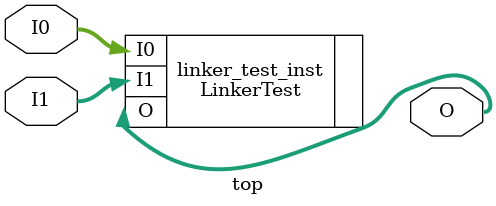
<source format=v>
module top(
  input [15:0] I0,
  input [15:0] I1,
  output [15:0] O
);

  (* namespace="rosslib" *)
  LinkerTest #(.width(16)) linker_test_inst(
    .I0(I0),
    .I1(I1),
    .O(O)
  );

endmodule

</source>
